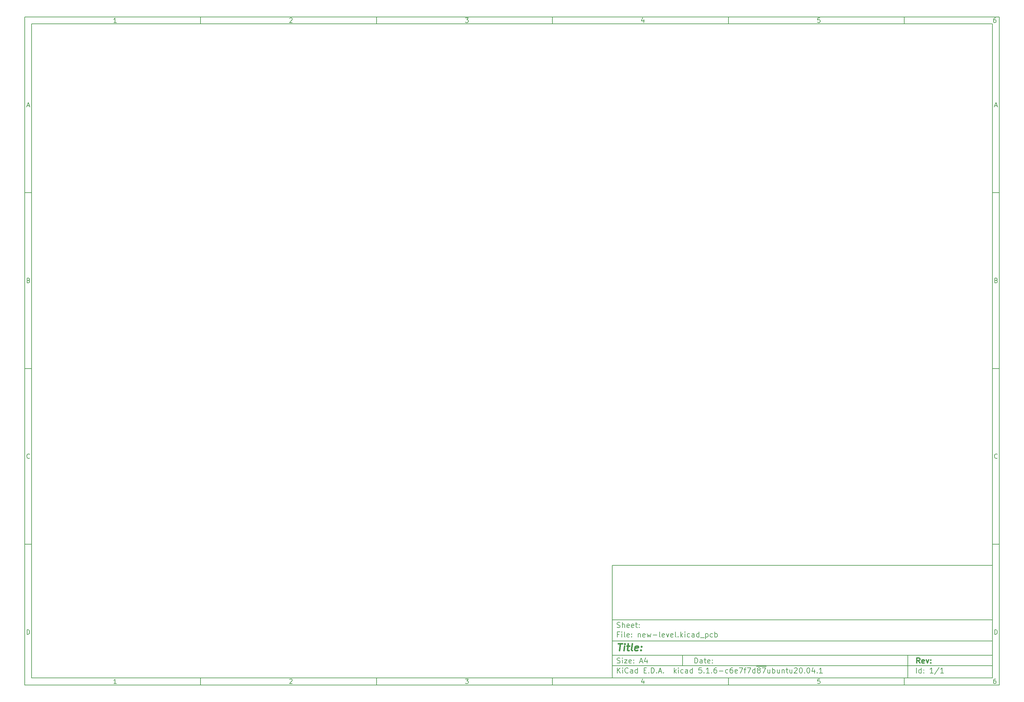
<source format=gbr>
%TF.GenerationSoftware,KiCad,Pcbnew,5.1.6-c6e7f7d~87~ubuntu20.04.1*%
%TF.CreationDate,2020-11-01T10:04:05-08:00*%
%TF.ProjectId,new-level,6e65772d-6c65-4766-956c-2e6b69636164,rev?*%
%TF.SameCoordinates,Original*%
%TF.FileFunction,Paste,Top*%
%TF.FilePolarity,Positive*%
%FSLAX46Y46*%
G04 Gerber Fmt 4.6, Leading zero omitted, Abs format (unit mm)*
G04 Created by KiCad (PCBNEW 5.1.6-c6e7f7d~87~ubuntu20.04.1) date 2020-11-01 10:04:05*
%MOMM*%
%LPD*%
G01*
G04 APERTURE LIST*
%ADD10C,0.100000*%
%ADD11C,0.150000*%
%ADD12C,0.300000*%
%ADD13C,0.400000*%
G04 APERTURE END LIST*
D10*
D11*
X177002200Y-166007200D02*
X177002200Y-198007200D01*
X285002200Y-198007200D01*
X285002200Y-166007200D01*
X177002200Y-166007200D01*
D10*
D11*
X10000000Y-10000000D02*
X10000000Y-200007200D01*
X287002200Y-200007200D01*
X287002200Y-10000000D01*
X10000000Y-10000000D01*
D10*
D11*
X12000000Y-12000000D02*
X12000000Y-198007200D01*
X285002200Y-198007200D01*
X285002200Y-12000000D01*
X12000000Y-12000000D01*
D10*
D11*
X60000000Y-12000000D02*
X60000000Y-10000000D01*
D10*
D11*
X110000000Y-12000000D02*
X110000000Y-10000000D01*
D10*
D11*
X160000000Y-12000000D02*
X160000000Y-10000000D01*
D10*
D11*
X210000000Y-12000000D02*
X210000000Y-10000000D01*
D10*
D11*
X260000000Y-12000000D02*
X260000000Y-10000000D01*
D10*
D11*
X36065476Y-11588095D02*
X35322619Y-11588095D01*
X35694047Y-11588095D02*
X35694047Y-10288095D01*
X35570238Y-10473809D01*
X35446428Y-10597619D01*
X35322619Y-10659523D01*
D10*
D11*
X85322619Y-10411904D02*
X85384523Y-10350000D01*
X85508333Y-10288095D01*
X85817857Y-10288095D01*
X85941666Y-10350000D01*
X86003571Y-10411904D01*
X86065476Y-10535714D01*
X86065476Y-10659523D01*
X86003571Y-10845238D01*
X85260714Y-11588095D01*
X86065476Y-11588095D01*
D10*
D11*
X135260714Y-10288095D02*
X136065476Y-10288095D01*
X135632142Y-10783333D01*
X135817857Y-10783333D01*
X135941666Y-10845238D01*
X136003571Y-10907142D01*
X136065476Y-11030952D01*
X136065476Y-11340476D01*
X136003571Y-11464285D01*
X135941666Y-11526190D01*
X135817857Y-11588095D01*
X135446428Y-11588095D01*
X135322619Y-11526190D01*
X135260714Y-11464285D01*
D10*
D11*
X185941666Y-10721428D02*
X185941666Y-11588095D01*
X185632142Y-10226190D02*
X185322619Y-11154761D01*
X186127380Y-11154761D01*
D10*
D11*
X236003571Y-10288095D02*
X235384523Y-10288095D01*
X235322619Y-10907142D01*
X235384523Y-10845238D01*
X235508333Y-10783333D01*
X235817857Y-10783333D01*
X235941666Y-10845238D01*
X236003571Y-10907142D01*
X236065476Y-11030952D01*
X236065476Y-11340476D01*
X236003571Y-11464285D01*
X235941666Y-11526190D01*
X235817857Y-11588095D01*
X235508333Y-11588095D01*
X235384523Y-11526190D01*
X235322619Y-11464285D01*
D10*
D11*
X285941666Y-10288095D02*
X285694047Y-10288095D01*
X285570238Y-10350000D01*
X285508333Y-10411904D01*
X285384523Y-10597619D01*
X285322619Y-10845238D01*
X285322619Y-11340476D01*
X285384523Y-11464285D01*
X285446428Y-11526190D01*
X285570238Y-11588095D01*
X285817857Y-11588095D01*
X285941666Y-11526190D01*
X286003571Y-11464285D01*
X286065476Y-11340476D01*
X286065476Y-11030952D01*
X286003571Y-10907142D01*
X285941666Y-10845238D01*
X285817857Y-10783333D01*
X285570238Y-10783333D01*
X285446428Y-10845238D01*
X285384523Y-10907142D01*
X285322619Y-11030952D01*
D10*
D11*
X60000000Y-198007200D02*
X60000000Y-200007200D01*
D10*
D11*
X110000000Y-198007200D02*
X110000000Y-200007200D01*
D10*
D11*
X160000000Y-198007200D02*
X160000000Y-200007200D01*
D10*
D11*
X210000000Y-198007200D02*
X210000000Y-200007200D01*
D10*
D11*
X260000000Y-198007200D02*
X260000000Y-200007200D01*
D10*
D11*
X36065476Y-199595295D02*
X35322619Y-199595295D01*
X35694047Y-199595295D02*
X35694047Y-198295295D01*
X35570238Y-198481009D01*
X35446428Y-198604819D01*
X35322619Y-198666723D01*
D10*
D11*
X85322619Y-198419104D02*
X85384523Y-198357200D01*
X85508333Y-198295295D01*
X85817857Y-198295295D01*
X85941666Y-198357200D01*
X86003571Y-198419104D01*
X86065476Y-198542914D01*
X86065476Y-198666723D01*
X86003571Y-198852438D01*
X85260714Y-199595295D01*
X86065476Y-199595295D01*
D10*
D11*
X135260714Y-198295295D02*
X136065476Y-198295295D01*
X135632142Y-198790533D01*
X135817857Y-198790533D01*
X135941666Y-198852438D01*
X136003571Y-198914342D01*
X136065476Y-199038152D01*
X136065476Y-199347676D01*
X136003571Y-199471485D01*
X135941666Y-199533390D01*
X135817857Y-199595295D01*
X135446428Y-199595295D01*
X135322619Y-199533390D01*
X135260714Y-199471485D01*
D10*
D11*
X185941666Y-198728628D02*
X185941666Y-199595295D01*
X185632142Y-198233390D02*
X185322619Y-199161961D01*
X186127380Y-199161961D01*
D10*
D11*
X236003571Y-198295295D02*
X235384523Y-198295295D01*
X235322619Y-198914342D01*
X235384523Y-198852438D01*
X235508333Y-198790533D01*
X235817857Y-198790533D01*
X235941666Y-198852438D01*
X236003571Y-198914342D01*
X236065476Y-199038152D01*
X236065476Y-199347676D01*
X236003571Y-199471485D01*
X235941666Y-199533390D01*
X235817857Y-199595295D01*
X235508333Y-199595295D01*
X235384523Y-199533390D01*
X235322619Y-199471485D01*
D10*
D11*
X285941666Y-198295295D02*
X285694047Y-198295295D01*
X285570238Y-198357200D01*
X285508333Y-198419104D01*
X285384523Y-198604819D01*
X285322619Y-198852438D01*
X285322619Y-199347676D01*
X285384523Y-199471485D01*
X285446428Y-199533390D01*
X285570238Y-199595295D01*
X285817857Y-199595295D01*
X285941666Y-199533390D01*
X286003571Y-199471485D01*
X286065476Y-199347676D01*
X286065476Y-199038152D01*
X286003571Y-198914342D01*
X285941666Y-198852438D01*
X285817857Y-198790533D01*
X285570238Y-198790533D01*
X285446428Y-198852438D01*
X285384523Y-198914342D01*
X285322619Y-199038152D01*
D10*
D11*
X10000000Y-60000000D02*
X12000000Y-60000000D01*
D10*
D11*
X10000000Y-110000000D02*
X12000000Y-110000000D01*
D10*
D11*
X10000000Y-160000000D02*
X12000000Y-160000000D01*
D10*
D11*
X10690476Y-35216666D02*
X11309523Y-35216666D01*
X10566666Y-35588095D02*
X11000000Y-34288095D01*
X11433333Y-35588095D01*
D10*
D11*
X11092857Y-84907142D02*
X11278571Y-84969047D01*
X11340476Y-85030952D01*
X11402380Y-85154761D01*
X11402380Y-85340476D01*
X11340476Y-85464285D01*
X11278571Y-85526190D01*
X11154761Y-85588095D01*
X10659523Y-85588095D01*
X10659523Y-84288095D01*
X11092857Y-84288095D01*
X11216666Y-84350000D01*
X11278571Y-84411904D01*
X11340476Y-84535714D01*
X11340476Y-84659523D01*
X11278571Y-84783333D01*
X11216666Y-84845238D01*
X11092857Y-84907142D01*
X10659523Y-84907142D01*
D10*
D11*
X11402380Y-135464285D02*
X11340476Y-135526190D01*
X11154761Y-135588095D01*
X11030952Y-135588095D01*
X10845238Y-135526190D01*
X10721428Y-135402380D01*
X10659523Y-135278571D01*
X10597619Y-135030952D01*
X10597619Y-134845238D01*
X10659523Y-134597619D01*
X10721428Y-134473809D01*
X10845238Y-134350000D01*
X11030952Y-134288095D01*
X11154761Y-134288095D01*
X11340476Y-134350000D01*
X11402380Y-134411904D01*
D10*
D11*
X10659523Y-185588095D02*
X10659523Y-184288095D01*
X10969047Y-184288095D01*
X11154761Y-184350000D01*
X11278571Y-184473809D01*
X11340476Y-184597619D01*
X11402380Y-184845238D01*
X11402380Y-185030952D01*
X11340476Y-185278571D01*
X11278571Y-185402380D01*
X11154761Y-185526190D01*
X10969047Y-185588095D01*
X10659523Y-185588095D01*
D10*
D11*
X287002200Y-60000000D02*
X285002200Y-60000000D01*
D10*
D11*
X287002200Y-110000000D02*
X285002200Y-110000000D01*
D10*
D11*
X287002200Y-160000000D02*
X285002200Y-160000000D01*
D10*
D11*
X285692676Y-35216666D02*
X286311723Y-35216666D01*
X285568866Y-35588095D02*
X286002200Y-34288095D01*
X286435533Y-35588095D01*
D10*
D11*
X286095057Y-84907142D02*
X286280771Y-84969047D01*
X286342676Y-85030952D01*
X286404580Y-85154761D01*
X286404580Y-85340476D01*
X286342676Y-85464285D01*
X286280771Y-85526190D01*
X286156961Y-85588095D01*
X285661723Y-85588095D01*
X285661723Y-84288095D01*
X286095057Y-84288095D01*
X286218866Y-84350000D01*
X286280771Y-84411904D01*
X286342676Y-84535714D01*
X286342676Y-84659523D01*
X286280771Y-84783333D01*
X286218866Y-84845238D01*
X286095057Y-84907142D01*
X285661723Y-84907142D01*
D10*
D11*
X286404580Y-135464285D02*
X286342676Y-135526190D01*
X286156961Y-135588095D01*
X286033152Y-135588095D01*
X285847438Y-135526190D01*
X285723628Y-135402380D01*
X285661723Y-135278571D01*
X285599819Y-135030952D01*
X285599819Y-134845238D01*
X285661723Y-134597619D01*
X285723628Y-134473809D01*
X285847438Y-134350000D01*
X286033152Y-134288095D01*
X286156961Y-134288095D01*
X286342676Y-134350000D01*
X286404580Y-134411904D01*
D10*
D11*
X285661723Y-185588095D02*
X285661723Y-184288095D01*
X285971247Y-184288095D01*
X286156961Y-184350000D01*
X286280771Y-184473809D01*
X286342676Y-184597619D01*
X286404580Y-184845238D01*
X286404580Y-185030952D01*
X286342676Y-185278571D01*
X286280771Y-185402380D01*
X286156961Y-185526190D01*
X285971247Y-185588095D01*
X285661723Y-185588095D01*
D10*
D11*
X200434342Y-193785771D02*
X200434342Y-192285771D01*
X200791485Y-192285771D01*
X201005771Y-192357200D01*
X201148628Y-192500057D01*
X201220057Y-192642914D01*
X201291485Y-192928628D01*
X201291485Y-193142914D01*
X201220057Y-193428628D01*
X201148628Y-193571485D01*
X201005771Y-193714342D01*
X200791485Y-193785771D01*
X200434342Y-193785771D01*
X202577200Y-193785771D02*
X202577200Y-193000057D01*
X202505771Y-192857200D01*
X202362914Y-192785771D01*
X202077200Y-192785771D01*
X201934342Y-192857200D01*
X202577200Y-193714342D02*
X202434342Y-193785771D01*
X202077200Y-193785771D01*
X201934342Y-193714342D01*
X201862914Y-193571485D01*
X201862914Y-193428628D01*
X201934342Y-193285771D01*
X202077200Y-193214342D01*
X202434342Y-193214342D01*
X202577200Y-193142914D01*
X203077200Y-192785771D02*
X203648628Y-192785771D01*
X203291485Y-192285771D02*
X203291485Y-193571485D01*
X203362914Y-193714342D01*
X203505771Y-193785771D01*
X203648628Y-193785771D01*
X204720057Y-193714342D02*
X204577200Y-193785771D01*
X204291485Y-193785771D01*
X204148628Y-193714342D01*
X204077200Y-193571485D01*
X204077200Y-193000057D01*
X204148628Y-192857200D01*
X204291485Y-192785771D01*
X204577200Y-192785771D01*
X204720057Y-192857200D01*
X204791485Y-193000057D01*
X204791485Y-193142914D01*
X204077200Y-193285771D01*
X205434342Y-193642914D02*
X205505771Y-193714342D01*
X205434342Y-193785771D01*
X205362914Y-193714342D01*
X205434342Y-193642914D01*
X205434342Y-193785771D01*
X205434342Y-192857200D02*
X205505771Y-192928628D01*
X205434342Y-193000057D01*
X205362914Y-192928628D01*
X205434342Y-192857200D01*
X205434342Y-193000057D01*
D10*
D11*
X177002200Y-194507200D02*
X285002200Y-194507200D01*
D10*
D11*
X178434342Y-196585771D02*
X178434342Y-195085771D01*
X179291485Y-196585771D02*
X178648628Y-195728628D01*
X179291485Y-195085771D02*
X178434342Y-195942914D01*
X179934342Y-196585771D02*
X179934342Y-195585771D01*
X179934342Y-195085771D02*
X179862914Y-195157200D01*
X179934342Y-195228628D01*
X180005771Y-195157200D01*
X179934342Y-195085771D01*
X179934342Y-195228628D01*
X181505771Y-196442914D02*
X181434342Y-196514342D01*
X181220057Y-196585771D01*
X181077200Y-196585771D01*
X180862914Y-196514342D01*
X180720057Y-196371485D01*
X180648628Y-196228628D01*
X180577200Y-195942914D01*
X180577200Y-195728628D01*
X180648628Y-195442914D01*
X180720057Y-195300057D01*
X180862914Y-195157200D01*
X181077200Y-195085771D01*
X181220057Y-195085771D01*
X181434342Y-195157200D01*
X181505771Y-195228628D01*
X182791485Y-196585771D02*
X182791485Y-195800057D01*
X182720057Y-195657200D01*
X182577200Y-195585771D01*
X182291485Y-195585771D01*
X182148628Y-195657200D01*
X182791485Y-196514342D02*
X182648628Y-196585771D01*
X182291485Y-196585771D01*
X182148628Y-196514342D01*
X182077200Y-196371485D01*
X182077200Y-196228628D01*
X182148628Y-196085771D01*
X182291485Y-196014342D01*
X182648628Y-196014342D01*
X182791485Y-195942914D01*
X184148628Y-196585771D02*
X184148628Y-195085771D01*
X184148628Y-196514342D02*
X184005771Y-196585771D01*
X183720057Y-196585771D01*
X183577200Y-196514342D01*
X183505771Y-196442914D01*
X183434342Y-196300057D01*
X183434342Y-195871485D01*
X183505771Y-195728628D01*
X183577200Y-195657200D01*
X183720057Y-195585771D01*
X184005771Y-195585771D01*
X184148628Y-195657200D01*
X186005771Y-195800057D02*
X186505771Y-195800057D01*
X186720057Y-196585771D02*
X186005771Y-196585771D01*
X186005771Y-195085771D01*
X186720057Y-195085771D01*
X187362914Y-196442914D02*
X187434342Y-196514342D01*
X187362914Y-196585771D01*
X187291485Y-196514342D01*
X187362914Y-196442914D01*
X187362914Y-196585771D01*
X188077200Y-196585771D02*
X188077200Y-195085771D01*
X188434342Y-195085771D01*
X188648628Y-195157200D01*
X188791485Y-195300057D01*
X188862914Y-195442914D01*
X188934342Y-195728628D01*
X188934342Y-195942914D01*
X188862914Y-196228628D01*
X188791485Y-196371485D01*
X188648628Y-196514342D01*
X188434342Y-196585771D01*
X188077200Y-196585771D01*
X189577200Y-196442914D02*
X189648628Y-196514342D01*
X189577200Y-196585771D01*
X189505771Y-196514342D01*
X189577200Y-196442914D01*
X189577200Y-196585771D01*
X190220057Y-196157200D02*
X190934342Y-196157200D01*
X190077200Y-196585771D02*
X190577200Y-195085771D01*
X191077200Y-196585771D01*
X191577200Y-196442914D02*
X191648628Y-196514342D01*
X191577200Y-196585771D01*
X191505771Y-196514342D01*
X191577200Y-196442914D01*
X191577200Y-196585771D01*
X194577200Y-196585771D02*
X194577200Y-195085771D01*
X194720057Y-196014342D02*
X195148628Y-196585771D01*
X195148628Y-195585771D02*
X194577200Y-196157200D01*
X195791485Y-196585771D02*
X195791485Y-195585771D01*
X195791485Y-195085771D02*
X195720057Y-195157200D01*
X195791485Y-195228628D01*
X195862914Y-195157200D01*
X195791485Y-195085771D01*
X195791485Y-195228628D01*
X197148628Y-196514342D02*
X197005771Y-196585771D01*
X196720057Y-196585771D01*
X196577200Y-196514342D01*
X196505771Y-196442914D01*
X196434342Y-196300057D01*
X196434342Y-195871485D01*
X196505771Y-195728628D01*
X196577200Y-195657200D01*
X196720057Y-195585771D01*
X197005771Y-195585771D01*
X197148628Y-195657200D01*
X198434342Y-196585771D02*
X198434342Y-195800057D01*
X198362914Y-195657200D01*
X198220057Y-195585771D01*
X197934342Y-195585771D01*
X197791485Y-195657200D01*
X198434342Y-196514342D02*
X198291485Y-196585771D01*
X197934342Y-196585771D01*
X197791485Y-196514342D01*
X197720057Y-196371485D01*
X197720057Y-196228628D01*
X197791485Y-196085771D01*
X197934342Y-196014342D01*
X198291485Y-196014342D01*
X198434342Y-195942914D01*
X199791485Y-196585771D02*
X199791485Y-195085771D01*
X199791485Y-196514342D02*
X199648628Y-196585771D01*
X199362914Y-196585771D01*
X199220057Y-196514342D01*
X199148628Y-196442914D01*
X199077200Y-196300057D01*
X199077200Y-195871485D01*
X199148628Y-195728628D01*
X199220057Y-195657200D01*
X199362914Y-195585771D01*
X199648628Y-195585771D01*
X199791485Y-195657200D01*
X202362914Y-195085771D02*
X201648628Y-195085771D01*
X201577200Y-195800057D01*
X201648628Y-195728628D01*
X201791485Y-195657200D01*
X202148628Y-195657200D01*
X202291485Y-195728628D01*
X202362914Y-195800057D01*
X202434342Y-195942914D01*
X202434342Y-196300057D01*
X202362914Y-196442914D01*
X202291485Y-196514342D01*
X202148628Y-196585771D01*
X201791485Y-196585771D01*
X201648628Y-196514342D01*
X201577200Y-196442914D01*
X203077200Y-196442914D02*
X203148628Y-196514342D01*
X203077200Y-196585771D01*
X203005771Y-196514342D01*
X203077200Y-196442914D01*
X203077200Y-196585771D01*
X204577200Y-196585771D02*
X203720057Y-196585771D01*
X204148628Y-196585771D02*
X204148628Y-195085771D01*
X204005771Y-195300057D01*
X203862914Y-195442914D01*
X203720057Y-195514342D01*
X205220057Y-196442914D02*
X205291485Y-196514342D01*
X205220057Y-196585771D01*
X205148628Y-196514342D01*
X205220057Y-196442914D01*
X205220057Y-196585771D01*
X206577200Y-195085771D02*
X206291485Y-195085771D01*
X206148628Y-195157200D01*
X206077200Y-195228628D01*
X205934342Y-195442914D01*
X205862914Y-195728628D01*
X205862914Y-196300057D01*
X205934342Y-196442914D01*
X206005771Y-196514342D01*
X206148628Y-196585771D01*
X206434342Y-196585771D01*
X206577200Y-196514342D01*
X206648628Y-196442914D01*
X206720057Y-196300057D01*
X206720057Y-195942914D01*
X206648628Y-195800057D01*
X206577200Y-195728628D01*
X206434342Y-195657200D01*
X206148628Y-195657200D01*
X206005771Y-195728628D01*
X205934342Y-195800057D01*
X205862914Y-195942914D01*
X207362914Y-196014342D02*
X208505771Y-196014342D01*
X209862914Y-196514342D02*
X209720057Y-196585771D01*
X209434342Y-196585771D01*
X209291485Y-196514342D01*
X209220057Y-196442914D01*
X209148628Y-196300057D01*
X209148628Y-195871485D01*
X209220057Y-195728628D01*
X209291485Y-195657200D01*
X209434342Y-195585771D01*
X209720057Y-195585771D01*
X209862914Y-195657200D01*
X211148628Y-195085771D02*
X210862914Y-195085771D01*
X210720057Y-195157200D01*
X210648628Y-195228628D01*
X210505771Y-195442914D01*
X210434342Y-195728628D01*
X210434342Y-196300057D01*
X210505771Y-196442914D01*
X210577200Y-196514342D01*
X210720057Y-196585771D01*
X211005771Y-196585771D01*
X211148628Y-196514342D01*
X211220057Y-196442914D01*
X211291485Y-196300057D01*
X211291485Y-195942914D01*
X211220057Y-195800057D01*
X211148628Y-195728628D01*
X211005771Y-195657200D01*
X210720057Y-195657200D01*
X210577200Y-195728628D01*
X210505771Y-195800057D01*
X210434342Y-195942914D01*
X212505771Y-196514342D02*
X212362914Y-196585771D01*
X212077200Y-196585771D01*
X211934342Y-196514342D01*
X211862914Y-196371485D01*
X211862914Y-195800057D01*
X211934342Y-195657200D01*
X212077200Y-195585771D01*
X212362914Y-195585771D01*
X212505771Y-195657200D01*
X212577200Y-195800057D01*
X212577200Y-195942914D01*
X211862914Y-196085771D01*
X213077200Y-195085771D02*
X214077200Y-195085771D01*
X213434342Y-196585771D01*
X214434342Y-195585771D02*
X215005771Y-195585771D01*
X214648628Y-196585771D02*
X214648628Y-195300057D01*
X214720057Y-195157200D01*
X214862914Y-195085771D01*
X215005771Y-195085771D01*
X215362914Y-195085771D02*
X216362914Y-195085771D01*
X215720057Y-196585771D01*
X217577200Y-196585771D02*
X217577200Y-195085771D01*
X217577200Y-196514342D02*
X217434342Y-196585771D01*
X217148628Y-196585771D01*
X217005771Y-196514342D01*
X216934342Y-196442914D01*
X216862914Y-196300057D01*
X216862914Y-195871485D01*
X216934342Y-195728628D01*
X217005771Y-195657200D01*
X217148628Y-195585771D01*
X217434342Y-195585771D01*
X217577200Y-195657200D01*
X217934342Y-194677200D02*
X219362914Y-194677200D01*
X218505771Y-195728628D02*
X218362914Y-195657200D01*
X218291485Y-195585771D01*
X218220057Y-195442914D01*
X218220057Y-195371485D01*
X218291485Y-195228628D01*
X218362914Y-195157200D01*
X218505771Y-195085771D01*
X218791485Y-195085771D01*
X218934342Y-195157200D01*
X219005771Y-195228628D01*
X219077200Y-195371485D01*
X219077200Y-195442914D01*
X219005771Y-195585771D01*
X218934342Y-195657200D01*
X218791485Y-195728628D01*
X218505771Y-195728628D01*
X218362914Y-195800057D01*
X218291485Y-195871485D01*
X218220057Y-196014342D01*
X218220057Y-196300057D01*
X218291485Y-196442914D01*
X218362914Y-196514342D01*
X218505771Y-196585771D01*
X218791485Y-196585771D01*
X218934342Y-196514342D01*
X219005771Y-196442914D01*
X219077200Y-196300057D01*
X219077200Y-196014342D01*
X219005771Y-195871485D01*
X218934342Y-195800057D01*
X218791485Y-195728628D01*
X219362914Y-194677200D02*
X220791485Y-194677200D01*
X219577200Y-195085771D02*
X220577200Y-195085771D01*
X219934342Y-196585771D01*
X221791485Y-195585771D02*
X221791485Y-196585771D01*
X221148628Y-195585771D02*
X221148628Y-196371485D01*
X221220057Y-196514342D01*
X221362914Y-196585771D01*
X221577200Y-196585771D01*
X221720057Y-196514342D01*
X221791485Y-196442914D01*
X222505771Y-196585771D02*
X222505771Y-195085771D01*
X222505771Y-195657200D02*
X222648628Y-195585771D01*
X222934342Y-195585771D01*
X223077200Y-195657200D01*
X223148628Y-195728628D01*
X223220057Y-195871485D01*
X223220057Y-196300057D01*
X223148628Y-196442914D01*
X223077200Y-196514342D01*
X222934342Y-196585771D01*
X222648628Y-196585771D01*
X222505771Y-196514342D01*
X224505771Y-195585771D02*
X224505771Y-196585771D01*
X223862914Y-195585771D02*
X223862914Y-196371485D01*
X223934342Y-196514342D01*
X224077200Y-196585771D01*
X224291485Y-196585771D01*
X224434342Y-196514342D01*
X224505771Y-196442914D01*
X225220057Y-195585771D02*
X225220057Y-196585771D01*
X225220057Y-195728628D02*
X225291485Y-195657200D01*
X225434342Y-195585771D01*
X225648628Y-195585771D01*
X225791485Y-195657200D01*
X225862914Y-195800057D01*
X225862914Y-196585771D01*
X226362914Y-195585771D02*
X226934342Y-195585771D01*
X226577200Y-195085771D02*
X226577200Y-196371485D01*
X226648628Y-196514342D01*
X226791485Y-196585771D01*
X226934342Y-196585771D01*
X228077200Y-195585771D02*
X228077200Y-196585771D01*
X227434342Y-195585771D02*
X227434342Y-196371485D01*
X227505771Y-196514342D01*
X227648628Y-196585771D01*
X227862914Y-196585771D01*
X228005771Y-196514342D01*
X228077200Y-196442914D01*
X228720057Y-195228628D02*
X228791485Y-195157200D01*
X228934342Y-195085771D01*
X229291485Y-195085771D01*
X229434342Y-195157200D01*
X229505771Y-195228628D01*
X229577200Y-195371485D01*
X229577200Y-195514342D01*
X229505771Y-195728628D01*
X228648628Y-196585771D01*
X229577200Y-196585771D01*
X230505771Y-195085771D02*
X230648628Y-195085771D01*
X230791485Y-195157200D01*
X230862914Y-195228628D01*
X230934342Y-195371485D01*
X231005771Y-195657200D01*
X231005771Y-196014342D01*
X230934342Y-196300057D01*
X230862914Y-196442914D01*
X230791485Y-196514342D01*
X230648628Y-196585771D01*
X230505771Y-196585771D01*
X230362914Y-196514342D01*
X230291485Y-196442914D01*
X230220057Y-196300057D01*
X230148628Y-196014342D01*
X230148628Y-195657200D01*
X230220057Y-195371485D01*
X230291485Y-195228628D01*
X230362914Y-195157200D01*
X230505771Y-195085771D01*
X231648628Y-196442914D02*
X231720057Y-196514342D01*
X231648628Y-196585771D01*
X231577200Y-196514342D01*
X231648628Y-196442914D01*
X231648628Y-196585771D01*
X232648628Y-195085771D02*
X232791485Y-195085771D01*
X232934342Y-195157200D01*
X233005771Y-195228628D01*
X233077200Y-195371485D01*
X233148628Y-195657200D01*
X233148628Y-196014342D01*
X233077200Y-196300057D01*
X233005771Y-196442914D01*
X232934342Y-196514342D01*
X232791485Y-196585771D01*
X232648628Y-196585771D01*
X232505771Y-196514342D01*
X232434342Y-196442914D01*
X232362914Y-196300057D01*
X232291485Y-196014342D01*
X232291485Y-195657200D01*
X232362914Y-195371485D01*
X232434342Y-195228628D01*
X232505771Y-195157200D01*
X232648628Y-195085771D01*
X234434342Y-195585771D02*
X234434342Y-196585771D01*
X234077200Y-195014342D02*
X233720057Y-196085771D01*
X234648628Y-196085771D01*
X235220057Y-196442914D02*
X235291485Y-196514342D01*
X235220057Y-196585771D01*
X235148628Y-196514342D01*
X235220057Y-196442914D01*
X235220057Y-196585771D01*
X236720057Y-196585771D02*
X235862914Y-196585771D01*
X236291485Y-196585771D02*
X236291485Y-195085771D01*
X236148628Y-195300057D01*
X236005771Y-195442914D01*
X235862914Y-195514342D01*
D10*
D11*
X177002200Y-191507200D02*
X285002200Y-191507200D01*
D10*
D12*
X264411485Y-193785771D02*
X263911485Y-193071485D01*
X263554342Y-193785771D02*
X263554342Y-192285771D01*
X264125771Y-192285771D01*
X264268628Y-192357200D01*
X264340057Y-192428628D01*
X264411485Y-192571485D01*
X264411485Y-192785771D01*
X264340057Y-192928628D01*
X264268628Y-193000057D01*
X264125771Y-193071485D01*
X263554342Y-193071485D01*
X265625771Y-193714342D02*
X265482914Y-193785771D01*
X265197200Y-193785771D01*
X265054342Y-193714342D01*
X264982914Y-193571485D01*
X264982914Y-193000057D01*
X265054342Y-192857200D01*
X265197200Y-192785771D01*
X265482914Y-192785771D01*
X265625771Y-192857200D01*
X265697200Y-193000057D01*
X265697200Y-193142914D01*
X264982914Y-193285771D01*
X266197200Y-192785771D02*
X266554342Y-193785771D01*
X266911485Y-192785771D01*
X267482914Y-193642914D02*
X267554342Y-193714342D01*
X267482914Y-193785771D01*
X267411485Y-193714342D01*
X267482914Y-193642914D01*
X267482914Y-193785771D01*
X267482914Y-192857200D02*
X267554342Y-192928628D01*
X267482914Y-193000057D01*
X267411485Y-192928628D01*
X267482914Y-192857200D01*
X267482914Y-193000057D01*
D10*
D11*
X178362914Y-193714342D02*
X178577200Y-193785771D01*
X178934342Y-193785771D01*
X179077200Y-193714342D01*
X179148628Y-193642914D01*
X179220057Y-193500057D01*
X179220057Y-193357200D01*
X179148628Y-193214342D01*
X179077200Y-193142914D01*
X178934342Y-193071485D01*
X178648628Y-193000057D01*
X178505771Y-192928628D01*
X178434342Y-192857200D01*
X178362914Y-192714342D01*
X178362914Y-192571485D01*
X178434342Y-192428628D01*
X178505771Y-192357200D01*
X178648628Y-192285771D01*
X179005771Y-192285771D01*
X179220057Y-192357200D01*
X179862914Y-193785771D02*
X179862914Y-192785771D01*
X179862914Y-192285771D02*
X179791485Y-192357200D01*
X179862914Y-192428628D01*
X179934342Y-192357200D01*
X179862914Y-192285771D01*
X179862914Y-192428628D01*
X180434342Y-192785771D02*
X181220057Y-192785771D01*
X180434342Y-193785771D01*
X181220057Y-193785771D01*
X182362914Y-193714342D02*
X182220057Y-193785771D01*
X181934342Y-193785771D01*
X181791485Y-193714342D01*
X181720057Y-193571485D01*
X181720057Y-193000057D01*
X181791485Y-192857200D01*
X181934342Y-192785771D01*
X182220057Y-192785771D01*
X182362914Y-192857200D01*
X182434342Y-193000057D01*
X182434342Y-193142914D01*
X181720057Y-193285771D01*
X183077200Y-193642914D02*
X183148628Y-193714342D01*
X183077200Y-193785771D01*
X183005771Y-193714342D01*
X183077200Y-193642914D01*
X183077200Y-193785771D01*
X183077200Y-192857200D02*
X183148628Y-192928628D01*
X183077200Y-193000057D01*
X183005771Y-192928628D01*
X183077200Y-192857200D01*
X183077200Y-193000057D01*
X184862914Y-193357200D02*
X185577200Y-193357200D01*
X184720057Y-193785771D02*
X185220057Y-192285771D01*
X185720057Y-193785771D01*
X186862914Y-192785771D02*
X186862914Y-193785771D01*
X186505771Y-192214342D02*
X186148628Y-193285771D01*
X187077200Y-193285771D01*
D10*
D11*
X263434342Y-196585771D02*
X263434342Y-195085771D01*
X264791485Y-196585771D02*
X264791485Y-195085771D01*
X264791485Y-196514342D02*
X264648628Y-196585771D01*
X264362914Y-196585771D01*
X264220057Y-196514342D01*
X264148628Y-196442914D01*
X264077200Y-196300057D01*
X264077200Y-195871485D01*
X264148628Y-195728628D01*
X264220057Y-195657200D01*
X264362914Y-195585771D01*
X264648628Y-195585771D01*
X264791485Y-195657200D01*
X265505771Y-196442914D02*
X265577200Y-196514342D01*
X265505771Y-196585771D01*
X265434342Y-196514342D01*
X265505771Y-196442914D01*
X265505771Y-196585771D01*
X265505771Y-195657200D02*
X265577200Y-195728628D01*
X265505771Y-195800057D01*
X265434342Y-195728628D01*
X265505771Y-195657200D01*
X265505771Y-195800057D01*
X268148628Y-196585771D02*
X267291485Y-196585771D01*
X267720057Y-196585771D02*
X267720057Y-195085771D01*
X267577200Y-195300057D01*
X267434342Y-195442914D01*
X267291485Y-195514342D01*
X269862914Y-195014342D02*
X268577200Y-196942914D01*
X271148628Y-196585771D02*
X270291485Y-196585771D01*
X270720057Y-196585771D02*
X270720057Y-195085771D01*
X270577200Y-195300057D01*
X270434342Y-195442914D01*
X270291485Y-195514342D01*
D10*
D11*
X177002200Y-187507200D02*
X285002200Y-187507200D01*
D10*
D13*
X178714580Y-188211961D02*
X179857438Y-188211961D01*
X179036009Y-190211961D02*
X179286009Y-188211961D01*
X180274104Y-190211961D02*
X180440771Y-188878628D01*
X180524104Y-188211961D02*
X180416961Y-188307200D01*
X180500295Y-188402438D01*
X180607438Y-188307200D01*
X180524104Y-188211961D01*
X180500295Y-188402438D01*
X181107438Y-188878628D02*
X181869342Y-188878628D01*
X181476485Y-188211961D02*
X181262200Y-189926247D01*
X181333628Y-190116723D01*
X181512200Y-190211961D01*
X181702676Y-190211961D01*
X182655057Y-190211961D02*
X182476485Y-190116723D01*
X182405057Y-189926247D01*
X182619342Y-188211961D01*
X184190771Y-190116723D02*
X183988390Y-190211961D01*
X183607438Y-190211961D01*
X183428866Y-190116723D01*
X183357438Y-189926247D01*
X183452676Y-189164342D01*
X183571723Y-188973866D01*
X183774104Y-188878628D01*
X184155057Y-188878628D01*
X184333628Y-188973866D01*
X184405057Y-189164342D01*
X184381247Y-189354819D01*
X183405057Y-189545295D01*
X185155057Y-190021485D02*
X185238390Y-190116723D01*
X185131247Y-190211961D01*
X185047914Y-190116723D01*
X185155057Y-190021485D01*
X185131247Y-190211961D01*
X185286009Y-188973866D02*
X185369342Y-189069104D01*
X185262200Y-189164342D01*
X185178866Y-189069104D01*
X185286009Y-188973866D01*
X185262200Y-189164342D01*
D10*
D11*
X178934342Y-185600057D02*
X178434342Y-185600057D01*
X178434342Y-186385771D02*
X178434342Y-184885771D01*
X179148628Y-184885771D01*
X179720057Y-186385771D02*
X179720057Y-185385771D01*
X179720057Y-184885771D02*
X179648628Y-184957200D01*
X179720057Y-185028628D01*
X179791485Y-184957200D01*
X179720057Y-184885771D01*
X179720057Y-185028628D01*
X180648628Y-186385771D02*
X180505771Y-186314342D01*
X180434342Y-186171485D01*
X180434342Y-184885771D01*
X181791485Y-186314342D02*
X181648628Y-186385771D01*
X181362914Y-186385771D01*
X181220057Y-186314342D01*
X181148628Y-186171485D01*
X181148628Y-185600057D01*
X181220057Y-185457200D01*
X181362914Y-185385771D01*
X181648628Y-185385771D01*
X181791485Y-185457200D01*
X181862914Y-185600057D01*
X181862914Y-185742914D01*
X181148628Y-185885771D01*
X182505771Y-186242914D02*
X182577200Y-186314342D01*
X182505771Y-186385771D01*
X182434342Y-186314342D01*
X182505771Y-186242914D01*
X182505771Y-186385771D01*
X182505771Y-185457200D02*
X182577200Y-185528628D01*
X182505771Y-185600057D01*
X182434342Y-185528628D01*
X182505771Y-185457200D01*
X182505771Y-185600057D01*
X184362914Y-185385771D02*
X184362914Y-186385771D01*
X184362914Y-185528628D02*
X184434342Y-185457200D01*
X184577200Y-185385771D01*
X184791485Y-185385771D01*
X184934342Y-185457200D01*
X185005771Y-185600057D01*
X185005771Y-186385771D01*
X186291485Y-186314342D02*
X186148628Y-186385771D01*
X185862914Y-186385771D01*
X185720057Y-186314342D01*
X185648628Y-186171485D01*
X185648628Y-185600057D01*
X185720057Y-185457200D01*
X185862914Y-185385771D01*
X186148628Y-185385771D01*
X186291485Y-185457200D01*
X186362914Y-185600057D01*
X186362914Y-185742914D01*
X185648628Y-185885771D01*
X186862914Y-185385771D02*
X187148628Y-186385771D01*
X187434342Y-185671485D01*
X187720057Y-186385771D01*
X188005771Y-185385771D01*
X188577200Y-185814342D02*
X189720057Y-185814342D01*
X190648628Y-186385771D02*
X190505771Y-186314342D01*
X190434342Y-186171485D01*
X190434342Y-184885771D01*
X191791485Y-186314342D02*
X191648628Y-186385771D01*
X191362914Y-186385771D01*
X191220057Y-186314342D01*
X191148628Y-186171485D01*
X191148628Y-185600057D01*
X191220057Y-185457200D01*
X191362914Y-185385771D01*
X191648628Y-185385771D01*
X191791485Y-185457200D01*
X191862914Y-185600057D01*
X191862914Y-185742914D01*
X191148628Y-185885771D01*
X192362914Y-185385771D02*
X192720057Y-186385771D01*
X193077200Y-185385771D01*
X194220057Y-186314342D02*
X194077200Y-186385771D01*
X193791485Y-186385771D01*
X193648628Y-186314342D01*
X193577200Y-186171485D01*
X193577200Y-185600057D01*
X193648628Y-185457200D01*
X193791485Y-185385771D01*
X194077200Y-185385771D01*
X194220057Y-185457200D01*
X194291485Y-185600057D01*
X194291485Y-185742914D01*
X193577200Y-185885771D01*
X195148628Y-186385771D02*
X195005771Y-186314342D01*
X194934342Y-186171485D01*
X194934342Y-184885771D01*
X195720057Y-186242914D02*
X195791485Y-186314342D01*
X195720057Y-186385771D01*
X195648628Y-186314342D01*
X195720057Y-186242914D01*
X195720057Y-186385771D01*
X196434342Y-186385771D02*
X196434342Y-184885771D01*
X196577200Y-185814342D02*
X197005771Y-186385771D01*
X197005771Y-185385771D02*
X196434342Y-185957200D01*
X197648628Y-186385771D02*
X197648628Y-185385771D01*
X197648628Y-184885771D02*
X197577200Y-184957200D01*
X197648628Y-185028628D01*
X197720057Y-184957200D01*
X197648628Y-184885771D01*
X197648628Y-185028628D01*
X199005771Y-186314342D02*
X198862914Y-186385771D01*
X198577200Y-186385771D01*
X198434342Y-186314342D01*
X198362914Y-186242914D01*
X198291485Y-186100057D01*
X198291485Y-185671485D01*
X198362914Y-185528628D01*
X198434342Y-185457200D01*
X198577200Y-185385771D01*
X198862914Y-185385771D01*
X199005771Y-185457200D01*
X200291485Y-186385771D02*
X200291485Y-185600057D01*
X200220057Y-185457200D01*
X200077200Y-185385771D01*
X199791485Y-185385771D01*
X199648628Y-185457200D01*
X200291485Y-186314342D02*
X200148628Y-186385771D01*
X199791485Y-186385771D01*
X199648628Y-186314342D01*
X199577200Y-186171485D01*
X199577200Y-186028628D01*
X199648628Y-185885771D01*
X199791485Y-185814342D01*
X200148628Y-185814342D01*
X200291485Y-185742914D01*
X201648628Y-186385771D02*
X201648628Y-184885771D01*
X201648628Y-186314342D02*
X201505771Y-186385771D01*
X201220057Y-186385771D01*
X201077200Y-186314342D01*
X201005771Y-186242914D01*
X200934342Y-186100057D01*
X200934342Y-185671485D01*
X201005771Y-185528628D01*
X201077200Y-185457200D01*
X201220057Y-185385771D01*
X201505771Y-185385771D01*
X201648628Y-185457200D01*
X202005771Y-186528628D02*
X203148628Y-186528628D01*
X203505771Y-185385771D02*
X203505771Y-186885771D01*
X203505771Y-185457200D02*
X203648628Y-185385771D01*
X203934342Y-185385771D01*
X204077200Y-185457200D01*
X204148628Y-185528628D01*
X204220057Y-185671485D01*
X204220057Y-186100057D01*
X204148628Y-186242914D01*
X204077200Y-186314342D01*
X203934342Y-186385771D01*
X203648628Y-186385771D01*
X203505771Y-186314342D01*
X205505771Y-186314342D02*
X205362914Y-186385771D01*
X205077200Y-186385771D01*
X204934342Y-186314342D01*
X204862914Y-186242914D01*
X204791485Y-186100057D01*
X204791485Y-185671485D01*
X204862914Y-185528628D01*
X204934342Y-185457200D01*
X205077200Y-185385771D01*
X205362914Y-185385771D01*
X205505771Y-185457200D01*
X206148628Y-186385771D02*
X206148628Y-184885771D01*
X206148628Y-185457200D02*
X206291485Y-185385771D01*
X206577200Y-185385771D01*
X206720057Y-185457200D01*
X206791485Y-185528628D01*
X206862914Y-185671485D01*
X206862914Y-186100057D01*
X206791485Y-186242914D01*
X206720057Y-186314342D01*
X206577200Y-186385771D01*
X206291485Y-186385771D01*
X206148628Y-186314342D01*
D10*
D11*
X177002200Y-181507200D02*
X285002200Y-181507200D01*
D10*
D11*
X178362914Y-183614342D02*
X178577200Y-183685771D01*
X178934342Y-183685771D01*
X179077200Y-183614342D01*
X179148628Y-183542914D01*
X179220057Y-183400057D01*
X179220057Y-183257200D01*
X179148628Y-183114342D01*
X179077200Y-183042914D01*
X178934342Y-182971485D01*
X178648628Y-182900057D01*
X178505771Y-182828628D01*
X178434342Y-182757200D01*
X178362914Y-182614342D01*
X178362914Y-182471485D01*
X178434342Y-182328628D01*
X178505771Y-182257200D01*
X178648628Y-182185771D01*
X179005771Y-182185771D01*
X179220057Y-182257200D01*
X179862914Y-183685771D02*
X179862914Y-182185771D01*
X180505771Y-183685771D02*
X180505771Y-182900057D01*
X180434342Y-182757200D01*
X180291485Y-182685771D01*
X180077200Y-182685771D01*
X179934342Y-182757200D01*
X179862914Y-182828628D01*
X181791485Y-183614342D02*
X181648628Y-183685771D01*
X181362914Y-183685771D01*
X181220057Y-183614342D01*
X181148628Y-183471485D01*
X181148628Y-182900057D01*
X181220057Y-182757200D01*
X181362914Y-182685771D01*
X181648628Y-182685771D01*
X181791485Y-182757200D01*
X181862914Y-182900057D01*
X181862914Y-183042914D01*
X181148628Y-183185771D01*
X183077200Y-183614342D02*
X182934342Y-183685771D01*
X182648628Y-183685771D01*
X182505771Y-183614342D01*
X182434342Y-183471485D01*
X182434342Y-182900057D01*
X182505771Y-182757200D01*
X182648628Y-182685771D01*
X182934342Y-182685771D01*
X183077200Y-182757200D01*
X183148628Y-182900057D01*
X183148628Y-183042914D01*
X182434342Y-183185771D01*
X183577200Y-182685771D02*
X184148628Y-182685771D01*
X183791485Y-182185771D02*
X183791485Y-183471485D01*
X183862914Y-183614342D01*
X184005771Y-183685771D01*
X184148628Y-183685771D01*
X184648628Y-183542914D02*
X184720057Y-183614342D01*
X184648628Y-183685771D01*
X184577200Y-183614342D01*
X184648628Y-183542914D01*
X184648628Y-183685771D01*
X184648628Y-182757200D02*
X184720057Y-182828628D01*
X184648628Y-182900057D01*
X184577200Y-182828628D01*
X184648628Y-182757200D01*
X184648628Y-182900057D01*
D10*
D11*
X197002200Y-191507200D02*
X197002200Y-194507200D01*
D10*
D11*
X261002200Y-191507200D02*
X261002200Y-198007200D01*
M02*

</source>
